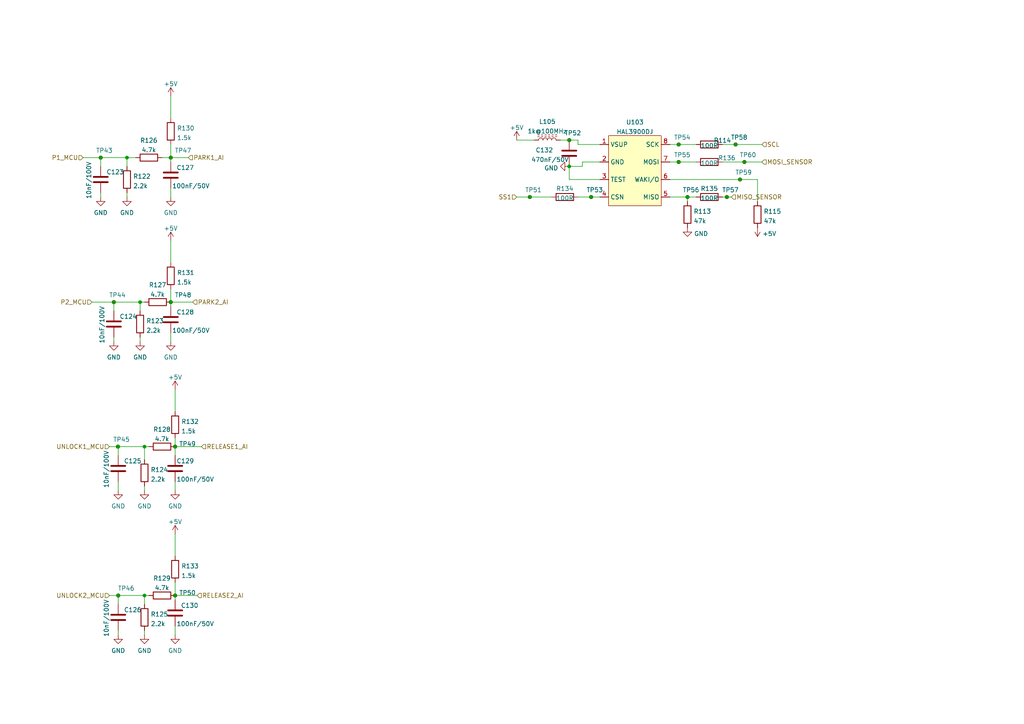
<source format=kicad_sch>
(kicad_sch (version 20211123) (generator eeschema)
  (paper "A4")
  (lib_symbols
    (symbol "C_2" (pin_numbers hide) (pin_names (offset 0.254))
      (property "Reference" "C" (at 0.635 2.54 0))
      (property "Value" "C_2" (at 0.635 -2.54 0))
      (symbol "C_2_0_1"
        (polyline (pts (xy -2.032 -0.762) (xy 2.032 -0.762)) (stroke (width 0.508)))
        (polyline (pts (xy -2.032 0.762) (xy 2.032 0.762)) (stroke (width 0.508)))
      )
      (symbol "C_2_1_1"
        (pin passive line (at 0 3.81 270) (length 2.794) (name "~") (number "1"))
        (pin passive line (at 0 -3.81 90) (length 2.794) (name "~") (number "2"))
      )
    )
    (symbol "C_7" (pin_numbers hide) (pin_names (offset 0.254))
      (property "Reference" "C" (at 0.635 2.54 0))
      (property "Value" "C_7" (at 0.635 -2.54 0))
      (symbol "C_7_0_1"
        (polyline (pts (xy -2.032 -0.762) (xy 2.032 -0.762)) (stroke (width 0.508)))
        (polyline (pts (xy -2.032 0.762) (xy 2.032 0.762)) (stroke (width 0.508)))
      )
      (symbol "C_7_1_1"
        (pin passive line (at 0 3.81 270) (length 2.794) (name "~") (number "1"))
        (pin passive line (at 0 -3.81 90) (length 2.794) (name "~") (number "2"))
      )
    )
    (symbol "C_9" (pin_numbers hide) (pin_names (offset 0.254))
      (property "Reference" "C" (at 0.635 2.54 0))
      (property "Value" "C_9" (at 0.635 -2.54 0))
      (symbol "C_9_0_1"
        (polyline (pts (xy -2.032 -0.762) (xy 2.032 -0.762)) (stroke (width 0.508)))
        (polyline (pts (xy -2.032 0.762) (xy 2.032 0.762)) (stroke (width 0.508)))
      )
      (symbol "C_9_1_1"
        (pin passive line (at 0 3.81 270) (length 2.794) (name "~") (number "1"))
        (pin passive line (at 0 -3.81 90) (length 2.794) (name "~") (number "2"))
      )
    )
    (symbol "Connector:TestPoint_Small" (pin_numbers hide) (pin_names (offset 0.762) hide)
      (property "Reference" "TP" (at 0 3.81 0))
      (property "Value" "TestPoint_Small" (at 0 2.032 0))
      (symbol "TestPoint_Small_0_1"
        (circle (center 0 0) (radius 0.508))
      )
      (symbol "TestPoint_Small_1_1"
        (pin passive line (at 0 0 90) (length 0) (name "1") (number "1"))
      )
    )
    (symbol "Device:L_Ferrite" (pin_numbers hide) (pin_names (offset 1.016) hide)
      (property "Reference" "L" (at -1.27 0 90))
      (property "Value" "L_Ferrite" (at 2.794 0 90))
      (symbol "L_Ferrite_0_1"
        (arc (start 0 -2.54) (mid 0.635 -1.905) (end 0 -1.27))
        (arc (start 0 -1.27) (mid 0.635 -0.635) (end 0 0))
        (polyline (pts (xy 1.016 -2.794) (xy 1.016 -2.286)))
        (polyline (pts (xy 1.016 -1.778) (xy 1.016 -1.27)))
        (polyline (pts (xy 1.016 -0.762) (xy 1.016 -0.254)))
        (polyline (pts (xy 1.016 0.254) (xy 1.016 0.762)))
        (polyline (pts (xy 1.016 1.27) (xy 1.016 1.778)))
        (polyline (pts (xy 1.016 2.286) (xy 1.016 2.794)))
        (polyline (pts (xy 1.524 -2.286) (xy 1.524 -2.794)))
        (polyline (pts (xy 1.524 -1.27) (xy 1.524 -1.778)))
        (polyline (pts (xy 1.524 -0.254) (xy 1.524 -0.762)))
        (polyline (pts (xy 1.524 0.762) (xy 1.524 0.254)))
        (polyline (pts (xy 1.524 1.778) (xy 1.524 1.27)))
        (polyline (pts (xy 1.524 2.794) (xy 1.524 2.286)))
        (arc (start 0 0) (mid 0.635 0.635) (end 0 1.27))
        (arc (start 0 1.27) (mid 0.635 1.905) (end 0 2.54))
      )
      (symbol "L_Ferrite_1_1"
        (pin passive line (at 0 3.81 270) (length 1.27) (name "1") (number "1"))
        (pin passive line (at 0 -3.81 90) (length 1.27) (name "2") (number "2"))
      )
    )
    (symbol "Device:R" (pin_numbers hide) (pin_names (offset 0))
      (property "Reference" "R" (at 2.032 0 90))
      (property "Value" "R" (at 0 0 90))
      (symbol "R_0_1"
        (rectangle (start -1.016 -2.54) (end 1.016 2.54) (stroke (width 0.254)))
      )
      (symbol "R_1_1"
        (pin passive line (at 0 3.81 270) (length 1.27) (name "~") (number "1"))
        (pin passive line (at 0 -3.81 90) (length 1.27) (name "~") (number "2"))
      )
    )
    (symbol "GODPP:HAL3900"
      (property "Reference" "U" (at -5.08 -13.97 0))
      (property "Value" "HAL3900" (at 1.27 8.89 0))
      (symbol "HAL3900_0_1"
        (rectangle (start -6.35 7.62) (end 8.89 -12.7) (stroke (width 0.1524)) (fill (type background)))
      )
      (symbol "HAL3900_1_1"
        (pin input line (at -8.89 5.08 0) (length 2.54) (name "VSUP") (number "1"))
        (pin input line (at -8.89 0 0) (length 2.54) (name "GND") (number "2"))
        (pin input line (at -8.89 -5.08 0) (length 2.54) (name "TEST") (number "3"))
        (pin input line (at -8.89 -10.16 0) (length 2.54) (name "CSN") (number "4"))
        (pin input line (at 11.43 -10.16 180) (length 2.54) (name "MISO") (number "5"))
        (pin input line (at 11.43 -5.08 180) (length 2.54) (name "WAKI/O") (number "6"))
        (pin input line (at 11.43 0 180) (length 2.54) (name "MOSI") (number "7"))
        (pin input line (at 11.43 5.08 180) (length 2.54) (name "SCK") (number "8"))
      )
    )
    (symbol "power:+5V" (power) (pin_names (offset 0))
      (property "Value" "+5V" (at 0 3.556 0))
      (symbol "+5V_0_1"
        (polyline (pts (xy -0.762 1.27) (xy 0 2.54)))
        (polyline (pts (xy 0 0) (xy 0 2.54)))
        (polyline (pts (xy 0 2.54) (xy 0.762 1.27)))
      )
      (symbol "+5V_1_1"
        (pin power_in line (at 0 0 90) (length 0) hide (name "+5V") (number "1"))
      )
    )
    (symbol "power:GND" (power) (pin_names (offset 0))
      (property "Value" "GND" (at 0 -3.81 0))
      (symbol "GND_0_1"
        (polyline (pts (xy 0 0) (xy 0 -1.27) (xy 1.27 -1.27) (xy 0 -2.54) (xy -1.27 -1.27) (xy 0 -1.27)))
      )
      (symbol "GND_1_1"
        (pin power_in line (at 0 0 270) (length 0) hide (name "GND") (number "1"))
      )
    )
  )
  (junction (at 213.36 41.91))
  (junction (at 50.8 172.72))
  (junction (at 165.1 48.26))
  (junction (at 29.21 45.72))
  (junction (at 49.53 87.63))
  (junction (at 153.67 57.15))
  (junction (at 199.39 57.15))
  (junction (at 210.82 57.15))
  (junction (at 171.45 57.15))
  (junction (at 34.29 172.72))
  (junction (at 196.85 41.91))
  (junction (at 214.63 52.07))
  (junction (at 36.83 45.72))
  (junction (at 215.9 46.99))
  (junction (at 41.91 172.72))
  (junction (at 196.85 46.99))
  (junction (at 40.64 87.63))
  (junction (at 165.1 40.64))
  (junction (at 49.53 45.72))
  (junction (at 50.8 129.54))
  (junction (at 33.02 87.63))
  (junction (at 34.29 129.54))
  (junction (at 41.91 129.54))
  (junction (at 34.1921 129.54))
  (wire (pts (xy 24.13 45.72) (xy 29.21 45.72)))
  (wire (pts (xy 209.55 41.91) (xy 213.36 41.91)))
  (wire (pts (xy 213.36 41.91) (xy 220.98 41.91)))
  (wire (pts (xy 167.64 57.15) (xy 171.45 57.15)))
  (wire (pts (xy 50.8 113.03) (xy 50.8 119.38)))
  (wire (pts (xy 36.83 55.88) (xy 36.83 57.15)))
  (wire (pts (xy 194.31 52.07) (xy 214.63 52.07)))
  (wire (pts (xy 214.63 52.07) (xy 219.71 52.07)))
  (wire (pts (xy 219.71 52.07) (xy 219.71 58.42)))
  (wire (pts (xy 50.8 172.72) (xy 57.15 172.72)))
  (wire (pts (xy 34.29 175.26) (xy 34.29 172.72)))
  (wire (pts (xy 34.29 139.7) (xy 34.29 142.24)))
  (wire (pts (xy 40.64 97.79) (xy 40.64 99.06)))
  (wire (pts (xy 165.1 52.07) (xy 165.1 48.26)))
  (wire (pts (xy 173.99 52.07) (xy 165.1 52.07)))
  (wire (pts (xy 33.02 97.79) (xy 33.02 99.06)))
  (wire (pts (xy 41.91 129.54) (xy 43.18 129.54)))
  (wire (pts (xy 50.8 127) (xy 50.8 129.54)))
  (wire (pts (xy 50.8 129.54) (xy 50.8 132.08)))
  (wire (pts (xy 49.53 27.94) (xy 49.53 34.29)))
  (wire (pts (xy 50.8 139.7) (xy 50.8 142.24)))
  (wire (pts (xy 149.86 57.15) (xy 153.67 57.15)))
  (wire (pts (xy 165.1 48.26) (xy 168.91 48.26)))
  (wire (pts (xy 168.91 46.99) (xy 173.99 46.99)))
  (wire (pts (xy 168.91 48.26) (xy 168.91 46.99)))
  (wire (pts (xy 40.64 87.63) (xy 40.64 90.17)))
  (wire (pts (xy 41.91 172.72) (xy 41.91 175.26)))
  (wire (pts (xy 49.53 96.52) (xy 49.53 99.06)))
  (wire (pts (xy 49.53 45.72) (xy 54.61 45.72)))
  (wire (pts (xy 194.31 46.99) (xy 196.85 46.99)))
  (wire (pts (xy 196.85 46.99) (xy 201.93 46.99)))
  (wire (pts (xy 210.82 57.15) (xy 209.55 57.15)))
  (wire (pts (xy 212.09 57.15) (xy 210.82 57.15)))
  (wire (pts (xy 31.75 129.54) (xy 34.1921 129.54)))
  (wire (pts (xy 34.1921 129.54) (xy 34.29 129.54)))
  (wire (pts (xy 34.29 129.54) (xy 41.91 129.54)))
  (wire (pts (xy 34.29 132.08) (xy 34.29 129.54)))
  (wire (pts (xy 31.75 172.72) (xy 34.29 172.72)))
  (wire (pts (xy 49.53 83.82) (xy 49.53 87.63)))
  (wire (pts (xy 49.53 87.63) (xy 49.53 88.9)))
  (wire (pts (xy 153.67 57.15) (xy 160.02 57.15)))
  (wire (pts (xy 34.29 182.88) (xy 34.29 184.15)))
  (wire (pts (xy 194.31 41.91) (xy 196.85 41.91)))
  (wire (pts (xy 196.85 41.91) (xy 201.93 41.91)))
  (wire (pts (xy 36.83 45.72) (xy 39.37 45.72)))
  (wire (pts (xy 165.1 40.64) (xy 167.64 40.64)))
  (wire (pts (xy 167.64 40.64) (xy 167.64 41.91)))
  (wire (pts (xy 167.64 41.91) (xy 173.99 41.91)))
  (wire (pts (xy 49.53 87.63) (xy 55.88 87.63)))
  (wire (pts (xy 29.21 55.88) (xy 29.21 57.15)))
  (wire (pts (xy 50.8 181.61) (xy 50.8 184.15)))
  (wire (pts (xy 36.83 45.72) (xy 36.83 48.26)))
  (wire (pts (xy 34.29 172.72) (xy 41.91 172.72)))
  (wire (pts (xy 33.02 90.17) (xy 33.02 87.63)))
  (wire (pts (xy 50.8 168.91) (xy 50.8 172.72)))
  (wire (pts (xy 50.8 172.72) (xy 50.8 173.99)))
  (wire (pts (xy 49.53 54.61) (xy 49.53 57.15)))
  (wire (pts (xy 149.86 40.64) (xy 154.94 40.64)))
  (wire (pts (xy 26.67 87.63) (xy 33.02 87.63)))
  (wire (pts (xy 40.64 87.63) (xy 41.91 87.63)))
  (wire (pts (xy 171.45 57.15) (xy 173.99 57.15)))
  (wire (pts (xy 49.53 41.91) (xy 49.53 45.72)))
  (wire (pts (xy 49.53 45.72) (xy 49.53 46.99)))
  (wire (pts (xy 46.99 45.72) (xy 49.53 45.72)))
  (wire (pts (xy 199.39 57.15) (xy 201.93 57.15)))
  (wire (pts (xy 41.91 172.72) (xy 43.18 172.72)))
  (wire (pts (xy 209.55 46.99) (xy 215.9 46.99)))
  (wire (pts (xy 215.9 46.99) (xy 220.98 46.99)))
  (wire (pts (xy 162.56 40.64) (xy 165.1 40.64)))
  (wire (pts (xy 29.21 45.72) (xy 36.83 45.72)))
  (wire (pts (xy 29.21 48.26) (xy 29.21 45.72)))
  (wire (pts (xy 49.53 69.85) (xy 49.53 76.2)))
  (wire (pts (xy 50.8 154.94) (xy 50.8 161.29)))
  (wire (pts (xy 41.91 129.54) (xy 41.91 133.35)))
  (wire (pts (xy 41.91 182.88) (xy 41.91 184.15)))
  (wire (pts (xy 194.31 57.15) (xy 199.39 57.15)))
  (wire (pts (xy 199.39 57.15) (xy 199.39 58.42)))
  (wire (pts (xy 41.91 140.97) (xy 41.91 142.24)))
  (wire (pts (xy 33.02 87.63) (xy 40.64 87.63)))
  (wire (pts (xy 50.8 129.54) (xy 58.42 129.54)))
  (hierarchical_label "P1_MCU" (shape input) (at 24.13 45.72 180))
  (hierarchical_label "P2_MCU" (shape input) (at 26.67 87.63 180))
  (hierarchical_label "UNLOCK2_MCU" (shape input) (at 31.75 172.72 180))
  (hierarchical_label "SCL" (shape input) (at 220.98 41.91 0))
  (hierarchical_label "RELEASE2_AI" (shape input) (at 57.15 172.72 0))
  (hierarchical_label "MOSI_SENSOR" (shape input) (at 220.98 46.99 0))
  (hierarchical_label "PARK1_AI" (shape input) (at 54.61 45.72 0))
  (hierarchical_label "SS1" (shape input) (at 149.86 57.15 180))
  (hierarchical_label "UNLOCK1_MCU" (shape input) (at 31.75 129.54 180))
  (hierarchical_label "MISO_SENSOR" (shape input) (at 212.09 57.15 0))
  (hierarchical_label "RELEASE1_AI" (shape input) (at 58.42 129.54 0))
  (hierarchical_label "PARK2_AI" (shape input) (at 55.88 87.63 0))
  (symbol (lib_id "power:+5V") (at 149.86 40.64 0) (unit 1)
    (property "Reference" "#PWR0149" (effects hide))
    (property "Value" "+5V" (at 149.86 37.0355 0))
  )
  (symbol (lib_name "C_7") (lib_id "Device:C") (at 49.53 92.71 0) (unit 1)
    (property "Reference" "C128" (at 51.181 90.5315 0) (effects (justify left)))
    (property "Value" "100nF/50V" (at 49.911 95.8466 0) (effects (justify left)))
    (property "Footprint" "Capacitor_SMD:C_0603_1608Metric" (effects hide))
    (property "Manufacturer Product Number" " AC0603KRX7R9BB104" (effects hide))
    (property "Manufacturer" "YAGEO" (effects hide))
    (property "Description" "CAP CER 100nF 50V X7R 0603" (effects hide))
    (property "Descriptions" "CAP CER 100nF 50V X7R 0603" (effects hide))
  )
  (symbol (lib_id "power:GND") (at 36.83 57.15 0) (unit 1)
    (property "Reference" "#PWR0135" (effects hide))
    (property "Value" "GND" (at 36.83 61.7124 0))
  )
  (symbol (lib_id "Device:R") (at 205.74 57.15 90) (unit 1)
    (property "Reference" "R135" (at 205.74 54.7075 90))
    (property "Value" "100R" (at 205.74 57.4826 90))
    (property "Footprint" "Resistor_SMD:R_0603_1608Metric" (effects hide))
    (property "Manufacturer" "RESI(开步睿思)" (effects hide))
    (property "Description" "RES 100R 1% 1/10W 0603" (effects hide))
    (property "Manufacturer Product Number" "AECR0603F100RK9" (effects hide))
    (property "Descriptions" "RES 100R 1% 1/10W 0603" (effects hide))
  )
  (symbol (lib_id "Connector:TestPoint_Small") (at 165.1 40.64 180) (unit 1)
    (property "Reference" "TP52" (at 163.703 38.579 0) (effects (justify right)))
    (property "Value" "TestPoint_Small" (effects hide))
    (property "Footprint" "TestPoint:TestPoint_Pad_D1.0mm" (effects hide))
  )
  (symbol (lib_id "power:GND") (at 40.64 99.06 0) (unit 1)
    (property "Reference" "#PWR0136" (effects hide))
    (property "Value" "GND" (at 40.64 103.6224 0))
  )
  (symbol (lib_id "Device:R") (at 205.74 46.99 90) (unit 1)
    (property "Reference" "R136" (at 210.82 45.8175 90))
    (property "Value" "100R" (at 205.74 47.3226 90))
    (property "Footprint" "Resistor_SMD:R_0603_1608Metric" (effects hide))
    (property "Manufacturer" "RESI(开步睿思)" (effects hide))
    (property "Description" "RES 100R 1% 1/10W 0603" (effects hide))
    (property "Manufacturer Product Number" "AECR0603F100RK9" (effects hide))
    (property "Descriptions" "RES 100R 1% 1/10W 0603" (effects hide))
  )
  (symbol (lib_id "power:GND") (at 49.53 99.06 0) (unit 1)
    (property "Reference" "#PWR0142" (effects hide))
    (property "Value" "GND" (at 49.53 103.6224 0))
  )
  (symbol (lib_id "Device:R") (at 219.71 62.23 180) (unit 1)
    (property "Reference" "R115" (at 221.488 61.3215 0) (effects (justify right)))
    (property "Value" "47k" (at 221.488 64.0966 0) (effects (justify right)))
    (property "Footprint" "Resistor_SMD:R_0603_1608Metric" (effects hide))
    (property "Manufacturer" "RESI(开步睿思)" (effects hide))
    (property "Description" "RES 47k 1% 1/10W 0603" (effects hide))
    (property "Manufacturer Product Number" "AECR0603F47K0K9" (effects hide))
    (property "Descriptions" "RES 47k 1% 1/10W 0603" (effects hide))
  )
  (symbol (lib_name "C_2") (lib_id "Device:C") (at 34.29 135.89 0) (unit 1)
    (property "Reference" "C125" (at 35.941 133.7115 0) (effects (justify left)))
    (property "Value" "10nF/100V" (at 30.861 141.5666 90) (effects (justify left)))
    (property "Footprint" "Capacitor_SMD:C_0603_1608Metric" (effects hide))
    (property "Manufacturer Product Number" "AC0603KRX7R0BB103" (effects hide))
    (property "Manufacturer" "YAGEO" (effects hide))
    (property "Description" "CAP CER 10nF 100V X7R 0603" (effects hide))
    (property "Descriptions" "CAP CER 10nF 100V X7R 0603" (effects hide))
  )
  (symbol (lib_name "C_2") (lib_id "Device:C") (at 33.02 93.98 0) (unit 1)
    (property "Reference" "C124" (at 34.671 91.8015 0) (effects (justify left)))
    (property "Value" "10nF/100V" (at 29.591 99.6566 90) (effects (justify left)))
    (property "Footprint" "Capacitor_SMD:C_0603_1608Metric" (effects hide))
    (property "Manufacturer Product Number" "AC0603KRX7R0BB103" (effects hide))
    (property "Manufacturer" "YAGEO" (effects hide))
    (property "Description" "CAP CER 10nF 100V X7R 0603" (effects hide))
    (property "Descriptions" "CAP CER 10nF 100V X7R 0603" (effects hide))
  )
  (symbol (lib_id "Connector:TestPoint_Small") (at 29.21 45.72 180) (unit 1)
    (property "Reference" "TP43" (at 27.813 43.659 0) (effects (justify right)))
    (property "Value" "TestPoint_Small" (effects hide))
    (property "Footprint" "TestPoint:TestPoint_Pad_D1.0mm" (effects hide))
  )
  (symbol (lib_id "Connector:TestPoint_Small") (at 50.8 172.72 180) (unit 1)
    (property "Reference" "TP50" (at 51.943 171.929 0) (effects (justify right)))
    (property "Value" "TestPoint_Small" (effects hide))
    (property "Footprint" "TestPoint:TestPoint_Pad_D1.0mm" (effects hide))
  )
  (symbol (lib_id "power:GND") (at 34.29 142.24 0) (unit 1)
    (property "Reference" "#PWR0133" (effects hide))
    (property "Value" "GND" (at 34.29 146.8024 0))
  )
  (symbol (lib_id "Connector:TestPoint_Small") (at 210.82 57.15 180) (unit 1)
    (property "Reference" "TP57" (at 209.423 55.089 0) (effects (justify right)))
    (property "Value" "TestPoint_Small" (effects hide))
    (property "Footprint" "TestPoint:TestPoint_Pad_D1.0mm" (effects hide))
  )
  (symbol (lib_id "power:+5V") (at 219.71 66.04 180) (unit 1)
    (property "Reference" "#PWR0148" (effects hide))
    (property "Value" "+5V" (at 221.107 67.7889 0) (effects (justify right)))
  )
  (symbol (lib_id "Connector:TestPoint_Small") (at 196.85 46.99 180) (unit 1)
    (property "Reference" "TP55" (at 195.453 44.929 0) (effects (justify right)))
    (property "Value" "TestPoint_Small" (effects hide))
    (property "Footprint" "TestPoint:TestPoint_Pad_D1.0mm" (effects hide))
  )
  (symbol (lib_id "power:+5V") (at 49.53 69.85 0) (unit 1)
    (property "Reference" "#PWR0141" (effects hide))
    (property "Value" "+5V" (at 49.53 66.2455 0))
  )
  (symbol (lib_id "Connector:TestPoint_Small") (at 49.53 87.63 180) (unit 1)
    (property "Reference" "TP48" (at 50.673 85.569 0) (effects (justify right)))
    (property "Value" "TestPoint_Small" (effects hide))
    (property "Footprint" "TestPoint:TestPoint_Pad_D1.0mm" (effects hide))
  )
  (symbol (lib_id "Device:R") (at 41.91 137.16 0) (unit 1)
    (property "Reference" "R124" (at 43.688 136.2515 0) (effects (justify left)))
    (property "Value" "2.2k" (at 43.688 139.0266 0) (effects (justify left)))
    (property "Footprint" "Resistor_SMD:R_0603_1608Metric" (effects hide))
    (property "Manufacturer" "RESI(开步睿思)" (effects hide))
    (property "Description" "RES 2.2k 1% 1/10W 0603" (effects hide))
    (property "Manufacturer Product Number" "AECR0603F2K20K9" (effects hide))
    (property "Descriptions" "RES 2.2k 1% 1/10W 0603" (effects hide))
  )
  (symbol (lib_id "power:+5V") (at 50.8 113.03 0) (unit 1)
    (property "Reference" "#PWR0143" (effects hide))
    (property "Value" "+5V" (at 50.8 109.4255 0))
  )
  (symbol (lib_id "Device:R") (at 163.83 57.15 90) (unit 1)
    (property "Reference" "R134" (at 163.83 54.7075 90))
    (property "Value" "100R" (at 163.83 57.4826 90))
    (property "Footprint" "Resistor_SMD:R_0603_1608Metric" (effects hide))
    (property "Manufacturer" "RESI(开步睿思)" (effects hide))
    (property "Description" "RES 100R 1% 1/10W 0603" (effects hide))
    (property "Manufacturer Product Number" "AECR0603F100RK9" (effects hide))
    (property "Descriptions" "RES 100R 1% 1/10W 0603" (effects hide))
  )
  (symbol (lib_id "Device:R") (at 46.99 172.72 90) (unit 1)
    (property "Reference" "R129" (at 46.99 167.7375 90))
    (property "Value" "4.7k" (at 46.99 170.5126 90))
    (property "Footprint" "Resistor_SMD:R_0603_1608Metric" (effects hide))
    (property "Manufacturer" "RESI(开步睿思)" (effects hide))
    (property "Description" "RES 4.7k 1% 1/10W 0603" (effects hide))
    (property "Manufacturer Product Number" "AECR0603F4K70K9" (effects hide))
    (property "Descriptions" "RES 4.7k 1% 1/10W 0603" (effects hide))
  )
  (symbol (lib_id "Device:R") (at 49.53 80.01 0) (unit 1)
    (property "Reference" "R131" (at 51.308 79.1015 0) (effects (justify left)))
    (property "Value" "1.5k" (at 51.308 81.8766 0) (effects (justify left)))
    (property "Footprint" "Resistor_SMD:R_0805_2012Metric" (effects hide))
    (property "Manufacturer" "RESI(开步睿思)" (effects hide))
    (property "Description" "RES 1.5k 1% 1/8W 0805" (effects hide))
    (property "Manufacturer Product Number" "AECR0805F1K50K9" (effects hide))
    (property "Descriptions" "RES 1.5k 1% 1/8W 0805" (effects hide))
  )
  (symbol (lib_name "C_2") (lib_id "Device:C") (at 34.29 179.07 0) (unit 1)
    (property "Reference" "C126" (at 35.941 176.8915 0) (effects (justify left)))
    (property "Value" "10nF/100V" (at 30.861 184.7466 90) (effects (justify left)))
    (property "Footprint" "Capacitor_SMD:C_0603_1608Metric" (effects hide))
    (property "Manufacturer Product Number" "AC0603KRX7R0BB103" (effects hide))
    (property "Manufacturer" "YAGEO" (effects hide))
    (property "Description" "CAP CER 10nF 100V X7R 0603" (effects hide))
    (property "Descriptions" "CAP CER 10nF 100V X7R 0603" (effects hide))
  )
  (symbol (lib_id "Connector:TestPoint_Small") (at 34.1921 129.54 180) (unit 1)
    (property "Reference" "TP45" (at 32.7951 127.479 0) (effects (justify right)))
    (property "Value" "TestPoint_Small" (effects hide))
    (property "Footprint" "TestPoint:TestPoint_Pad_D1.0mm" (effects hide))
  )
  (symbol (lib_id "Device:L_Ferrite") (at 158.75 40.64 90) (unit 1)
    (property "Reference" "L105" (at 158.75 35.2764 90))
    (property "Value" "1k@100MHz" (at 158.75 38.0515 90))
    (property "Footprint" "Resistor_SMD:R_0603_1608Metric" (effects hide))
    (property "Description" "FERRITEBEAD SMD AUTOMOTIVE POWER" (effects hide))
    (property "Manufacturer" "Murata Electronics" (effects hide))
    (property "Manufacturer Product Number" "BLM18RK102SN1D" (effects hide))
    (property "Descriptions" "FERRITEBEAD SMD AUTOMOTIVE POWER" (effects hide))
  )
  (symbol (lib_id "power:GND") (at 50.8 184.15 0) (unit 1)
    (property "Reference" "#PWR0146" (effects hide))
    (property "Value" "GND" (at 50.8 188.7124 0))
  )
  (symbol (lib_id "power:GND") (at 50.8 142.24 0) (unit 1)
    (property "Reference" "#PWR0144" (effects hide))
    (property "Value" "GND" (at 50.8 146.8024 0))
  )
  (symbol (lib_id "Device:R") (at 50.8 165.1 0) (unit 1)
    (property "Reference" "R133" (at 52.578 164.1915 0) (effects (justify left)))
    (property "Value" "1.5k" (at 52.578 166.9666 0) (effects (justify left)))
    (property "Footprint" "Resistor_SMD:R_0805_2012Metric" (effects hide))
    (property "Manufacturer" "RESI(开步睿思)" (effects hide))
    (property "Description" "RES 1.5k 1% 1/8W 0805" (effects hide))
    (property "Manufacturer Product Number" "AECR0805F1K50K9" (effects hide))
    (property "Descriptions" "RES 1.5k 1% 1/8W 0805" (effects hide))
  )
  (symbol (lib_name "C_7") (lib_id "Device:C") (at 50.8 135.89 0) (unit 1)
    (property "Reference" "C129" (at 51.181 133.7115 0) (effects (justify left)))
    (property "Value" "100nF/50V" (at 51.181 139.0266 0) (effects (justify left)))
    (property "Footprint" "Capacitor_SMD:C_0603_1608Metric" (effects hide))
    (property "Manufacturer Product Number" " AC0603KRX7R9BB104" (effects hide))
    (property "Manufacturer" "YAGEO" (effects hide))
    (property "Description" "CAP CER 100nF 50V X7R 0603" (effects hide))
    (property "Descriptions" "CAP CER 100nF 50V X7R 0603" (effects hide))
  )
  (symbol (lib_name "C_7") (lib_id "Device:C") (at 49.53 50.8 0) (unit 1)
    (property "Reference" "C127" (at 51.181 48.6215 0) (effects (justify left)))
    (property "Value" "100nF/50V" (at 49.911 53.9366 0) (effects (justify left)))
    (property "Footprint" "Capacitor_SMD:C_0603_1608Metric" (effects hide))
    (property "Manufacturer Product Number" " AC0603KRX7R9BB104" (effects hide))
    (property "Manufacturer" "YAGEO" (effects hide))
    (property "Description" "CAP CER 100nF 50V X7R 0603" (effects hide))
    (property "Descriptions" "CAP CER 100nF 50V X7R 0603" (effects hide))
  )
  (symbol (lib_name "C_9") (lib_id "Device:C") (at 165.1 44.45 180) (unit 1)
    (property "Reference" "C132" (at 155.321 43.5415 0) (effects (justify right)))
    (property "Value" "470nF/50V" (at 154.051 46.3166 0) (effects (justify right)))
    (property "Footprint" "Capacitor_SMD:C_0805_2012Metric" (effects hide))
    (property "Manufacturer Product Number" "CC0805KKX7R9BB474" (effects hide))
    (property "Manufacturer" "YAGEO" (effects hide))
    (property "Description" "CAP CER 470nF 50V X7R 0805" (effects hide))
    (property "Descriptions" "CAP CER 470nF 50V X7R 0805" (effects hide))
  )
  (symbol (lib_id "Device:R") (at 199.39 62.23 180) (unit 1)
    (property "Reference" "R113" (at 201.168 61.3215 0) (effects (justify right)))
    (property "Value" "47k" (at 201.168 64.0966 0) (effects (justify right)))
    (property "Footprint" "Resistor_SMD:R_0603_1608Metric" (effects hide))
    (property "Manufacturer" "RESI(开步睿思)" (effects hide))
    (property "Description" "RES 47k 1% 1/10W 0603" (effects hide))
    (property "Manufacturer Product Number" "AECR0603F47K0K9" (effects hide))
    (property "Descriptions" "RES 47k 1% 1/10W 0603" (effects hide))
  )
  (symbol (lib_id "Connector:TestPoint_Small") (at 215.9 46.99 180) (unit 1)
    (property "Reference" "TP60" (at 214.503 44.929 0) (effects (justify right)))
    (property "Value" "TestPoint_Small" (effects hide))
    (property "Footprint" "TestPoint:TestPoint_Pad_D1.0mm" (effects hide))
  )
  (symbol (lib_id "GODPP:HAL3900") (at 182.88 46.99 0) (unit 1)
    (property "Reference" "U103" (at 184.15 35.4543 0))
    (property "Value" "HAL3900DJ" (at 184.15 38.2294 0))
    (property "Footprint" "Package_SO:SOIC-8_3.9x4.9mm_P1.27mm" (effects hide))
    (property "Description" "IC 3D HALL SENSOR SOIC-8" (effects hide))
    (property "Descriptions" "IC 3D HALL SENSOR SOIC-8" (effects hide))
    (property "Manufacturer" "TDK MICRONAS" (effects hide))
    (property "Manufacturer Product Number" "HAL3900DJ" (effects hide))
  )
  (symbol (lib_id "power:GND") (at 34.29 184.15 0) (unit 1)
    (property "Reference" "#PWR0134" (effects hide))
    (property "Value" "GND" (at 34.29 188.7124 0))
  )
  (symbol (lib_id "Device:R") (at 205.74 41.91 90) (unit 1)
    (property "Reference" "R114" (at 209.55 40.7375 90))
    (property "Value" "100R" (at 205.74 42.2426 90))
    (property "Footprint" "Resistor_SMD:R_0603_1608Metric" (effects hide))
    (property "Manufacturer" "RESI(开步睿思)" (effects hide))
    (property "Description" "RES 100R 1% 1/10W 0603" (effects hide))
    (property "Manufacturer Product Number" "AECR0603F100RK9" (effects hide))
    (property "Descriptions" "RES 100R 1% 1/10W 0603" (effects hide))
  )
  (symbol (lib_id "Device:R") (at 40.64 93.98 0) (unit 1)
    (property "Reference" "R123" (at 42.418 93.0715 0) (effects (justify left)))
    (property "Value" "2.2k" (at 42.418 95.8466 0) (effects (justify left)))
    (property "Footprint" "Resistor_SMD:R_0603_1608Metric" (effects hide))
    (property "Manufacturer" "RESI(开步睿思)" (effects hide))
    (property "Description" "RES 2.2k 1% 1/10W 0603" (effects hide))
    (property "Manufacturer Product Number" "AECR0603F2K20K9" (effects hide))
    (property "Descriptions" "RES 2.2k 1% 1/10W 0603" (effects hide))
  )
  (symbol (lib_id "Device:R") (at 45.72 87.63 90) (unit 1)
    (property "Reference" "R127" (at 45.72 82.6475 90))
    (property "Value" "4.7k" (at 45.72 85.4226 90))
    (property "Footprint" "Resistor_SMD:R_0603_1608Metric" (effects hide))
    (property "Manufacturer" "RESI(开步睿思)" (effects hide))
    (property "Description" "RES 4.7k 1% 1/10W 0603" (effects hide))
    (property "Manufacturer Product Number" "AECR0603F4K70K9" (effects hide))
    (property "Descriptions" "RES 4.7k 1% 1/10W 0603" (effects hide))
  )
  (symbol (lib_id "Connector:TestPoint_Small") (at 199.39 57.15 180) (unit 1)
    (property "Reference" "TP56" (at 197.993 55.089 0) (effects (justify right)))
    (property "Value" "TestPoint_Small" (effects hide))
    (property "Footprint" "TestPoint:TestPoint_Pad_D1.0mm" (effects hide))
  )
  (symbol (lib_id "Device:R") (at 46.99 129.54 90) (unit 1)
    (property "Reference" "R128" (at 46.99 124.5575 90))
    (property "Value" "4.7k" (at 46.99 127.3326 90))
    (property "Footprint" "Resistor_SMD:R_0603_1608Metric" (effects hide))
    (property "Manufacturer" "RESI(开步睿思)" (effects hide))
    (property "Description" "RES 4.7k 1% 1/10W 0603" (effects hide))
    (property "Manufacturer Product Number" "AECR0603F4K70K9" (effects hide))
    (property "Descriptions" "RES 4.7k 1% 1/10W 0603" (effects hide))
  )
  (symbol (lib_id "power:GND") (at 165.1 48.26 270) (unit 1)
    (property "Reference" "#PWR0151" (effects hide))
    (property "Value" "GND" (at 161.925 48.739 90) (effects (justify right)))
  )
  (symbol (lib_id "Connector:TestPoint_Small") (at 171.45 57.15 180) (unit 1)
    (property "Reference" "TP53" (at 170.053 55.089 0) (effects (justify right)))
    (property "Value" "TestPoint_Small" (effects hide))
    (property "Footprint" "TestPoint:TestPoint_Pad_D1.0mm" (effects hide))
  )
  (symbol (lib_id "Connector:TestPoint_Small") (at 33.02 87.63 180) (unit 1)
    (property "Reference" "TP44" (at 31.623 85.569 0) (effects (justify right)))
    (property "Value" "TestPoint_Small" (effects hide))
    (property "Footprint" "TestPoint:TestPoint_Pad_D1.0mm" (effects hide))
  )
  (symbol (lib_id "Connector:TestPoint_Small") (at 196.85 41.91 180) (unit 1)
    (property "Reference" "TP54" (at 195.453 39.849 0) (effects (justify right)))
    (property "Value" "TestPoint_Small" (effects hide))
    (property "Footprint" "TestPoint:TestPoint_Pad_D1.0mm" (effects hide))
  )
  (symbol (lib_id "power:GND") (at 199.39 66.04 0) (unit 1)
    (property "Reference" "#PWR0147" (effects hide))
    (property "Value" "GND" (at 201.295 67.7889 0) (effects (justify left)))
  )
  (symbol (lib_name "C_2") (lib_id "Device:C") (at 29.21 52.07 0) (unit 1)
    (property "Reference" "C123" (at 30.861 49.8915 0) (effects (justify left)))
    (property "Value" "10nF/100V" (at 25.781 57.7466 90) (effects (justify left)))
    (property "Footprint" "Capacitor_SMD:C_0603_1608Metric" (effects hide))
    (property "Manufacturer Product Number" "AC0603KRX7R0BB103" (effects hide))
    (property "Manufacturer" "YAGEO" (effects hide))
    (property "Description" "CAP CER 10nF 100V X7R 0603" (effects hide))
    (property "Descriptions" "CAP CER 10nF 100V X7R 0603" (effects hide))
  )
  (symbol (lib_id "Connector:TestPoint_Small") (at 50.8 129.54 180) (unit 1)
    (property "Reference" "TP49" (at 51.943 128.749 0) (effects (justify right)))
    (property "Value" "TestPoint_Small" (effects hide))
    (property "Footprint" "TestPoint:TestPoint_Pad_D1.0mm" (effects hide))
  )
  (symbol (lib_id "power:+5V") (at 50.8 154.94 0) (unit 1)
    (property "Reference" "#PWR0145" (effects hide))
    (property "Value" "+5V" (at 50.8 151.3355 0))
  )
  (symbol (lib_id "Device:R") (at 36.83 52.07 0) (unit 1)
    (property "Reference" "R122" (at 38.608 51.1615 0) (effects (justify left)))
    (property "Value" "2.2k" (at 38.608 53.9366 0) (effects (justify left)))
    (property "Footprint" "Resistor_SMD:R_0603_1608Metric" (effects hide))
    (property "Manufacturer" "RESI(开步睿思)" (effects hide))
    (property "Description" "RES 2.2k 1% 1/10W 0603" (effects hide))
    (property "Manufacturer Product Number" "AECR0603F2K20K9" (effects hide))
    (property "Descriptions" "RES 2.2k 1% 1/10W 0603" (effects hide))
  )
  (symbol (lib_id "power:GND") (at 29.21 57.15 0) (unit 1)
    (property "Reference" "#PWR0131" (effects hide))
    (property "Value" "GND" (at 29.21 61.7124 0))
  )
  (symbol (lib_id "Connector:TestPoint_Small") (at 213.36 41.91 180) (unit 1)
    (property "Reference" "TP58" (at 211.963 39.849 0) (effects (justify right)))
    (property "Value" "TestPoint_Small" (effects hide))
    (property "Footprint" "TestPoint:TestPoint_Pad_D1.0mm" (effects hide))
  )
  (symbol (lib_id "Device:R") (at 50.8 123.19 0) (unit 1)
    (property "Reference" "R132" (at 52.578 122.2815 0) (effects (justify left)))
    (property "Value" "1.5k" (at 52.578 125.0566 0) (effects (justify left)))
    (property "Footprint" "Resistor_SMD:R_0805_2012Metric" (effects hide))
    (property "Manufacturer" "RESI(开步睿思)" (effects hide))
    (property "Description" "RES 1.5k 1% 1/8W 0805" (effects hide))
    (property "Manufacturer Product Number" "AECR0805F1K50K9" (effects hide))
    (property "Descriptions" "RES 1.5k 1% 1/8W 0805" (effects hide))
  )
  (symbol (lib_id "Device:R") (at 43.18 45.72 90) (unit 1)
    (property "Reference" "R126" (at 43.18 40.7375 90))
    (property "Value" "4.7k" (at 43.18 43.5126 90))
    (property "Footprint" "Resistor_SMD:R_0603_1608Metric" (effects hide))
    (property "Manufacturer" "RESI(开步睿思)" (effects hide))
    (property "Description" "RES 4.7k 1% 1/10W 0603" (effects hide))
    (property "Manufacturer Product Number" "AECR0603F4K70K9" (effects hide))
    (property "Descriptions" "RES 4.7k 1% 1/10W 0603" (effects hide))
  )
  (symbol (lib_id "Connector:TestPoint_Small") (at 214.63 52.07 180) (unit 1)
    (property "Reference" "TP59" (at 213.233 50.009 0) (effects (justify right)))
    (property "Value" "TestPoint_Small" (effects hide))
    (property "Footprint" "TestPoint:TestPoint_Pad_D1.0mm" (effects hide))
  )
  (symbol (lib_id "Device:R") (at 41.91 179.07 0) (unit 1)
    (property "Reference" "R125" (at 43.688 178.1615 0) (effects (justify left)))
    (property "Value" "2.2k" (at 43.688 180.9366 0) (effects (justify left)))
    (property "Footprint" "Resistor_SMD:R_0603_1608Metric" (effects hide))
    (property "Manufacturer" "RESI(开步睿思)" (effects hide))
    (property "Description" "RES 2.2k 1% 1/10W 0603" (effects hide))
    (property "Manufacturer Product Number" "AECR0603F2K20K9" (effects hide))
    (property "Descriptions" "RES 2.2k 1% 1/10W 0603" (effects hide))
  )
  (symbol (lib_id "Connector:TestPoint_Small") (at 49.53 45.72 180) (unit 1)
    (property "Reference" "TP47" (at 50.673 43.659 0) (effects (justify right)))
    (property "Value" "TestPoint_Small" (effects hide))
    (property "Footprint" "TestPoint:TestPoint_Pad_D1.0mm" (effects hide))
  )
  (symbol (lib_id "Device:R") (at 49.53 38.1 0) (unit 1)
    (property "Reference" "R130" (at 51.308 37.1915 0) (effects (justify left)))
    (property "Value" "1.5k" (at 51.308 39.9666 0) (effects (justify left)))
    (property "Footprint" "Resistor_SMD:R_0805_2012Metric" (effects hide))
    (property "Manufacturer" "RESI(开步睿思)" (effects hide))
    (property "Description" "RES 1.5k 1% 1/8W 0805" (effects hide))
    (property "Manufacturer Product Number" "AECR0805F1K50K9" (effects hide))
    (property "Descriptions" "RES 1.5k 1% 1/8W 0805" (effects hide))
  )
  (symbol (lib_id "power:GND") (at 49.53 57.15 0) (unit 1)
    (property "Reference" "#PWR0140" (effects hide))
    (property "Value" "GND" (at 49.53 61.7124 0))
  )
  (symbol (lib_id "power:GND") (at 41.91 142.24 0) (unit 1)
    (property "Reference" "#PWR0137" (effects hide))
    (property "Value" "GND" (at 41.91 146.8024 0))
  )
  (symbol (lib_id "Connector:TestPoint_Small") (at 34.29 172.72 180) (unit 1)
    (property "Reference" "TP46" (at 34.163 170.659 0) (effects (justify right)))
    (property "Value" "TestPoint_Small" (effects hide))
    (property "Footprint" "TestPoint:TestPoint_Pad_D1.0mm" (effects hide))
  )
  (symbol (lib_name "C_7") (lib_id "Device:C") (at 50.8 177.8 0) (unit 1)
    (property "Reference" "C130" (at 52.451 175.6215 0) (effects (justify left)))
    (property "Value" "100nF/50V" (at 51.181 180.9366 0) (effects (justify left)))
    (property "Footprint" "Capacitor_SMD:C_0603_1608Metric" (effects hide))
    (property "Manufacturer Product Number" " AC0603KRX7R9BB104" (effects hide))
    (property "Manufacturer" "YAGEO" (effects hide))
    (property "Description" "CAP CER 100nF 50V X7R 0603" (effects hide))
    (property "Descriptions" "CAP CER 100nF 50V X7R 0603" (effects hide))
  )
  (symbol (lib_id "power:GND") (at 41.91 184.15 0) (unit 1)
    (property "Reference" "#PWR0138" (effects hide))
    (property "Value" "GND" (at 41.91 188.7124 0))
  )
  (symbol (lib_id "Connector:TestPoint_Small") (at 153.67 57.15 180) (unit 1)
    (property "Reference" "TP51" (at 152.273 55.089 0) (effects (justify right)))
    (property "Value" "TestPoint_Small" (effects hide))
    (property "Footprint" "TestPoint:TestPoint_Pad_D1.0mm" (effects hide))
  )
  (symbol (lib_id "power:+5V") (at 49.53 27.94 0) (unit 1)
    (property "Reference" "#PWR0139" (effects hide))
    (property "Value" "+5V" (at 49.53 24.3355 0))
  )
  (symbol (lib_id "power:GND") (at 33.02 99.06 0) (unit 1)
    (property "Reference" "#PWR0132" (effects hide))
    (property "Value" "GND" (at 33.02 103.6224 0))
  )
)
</source>
